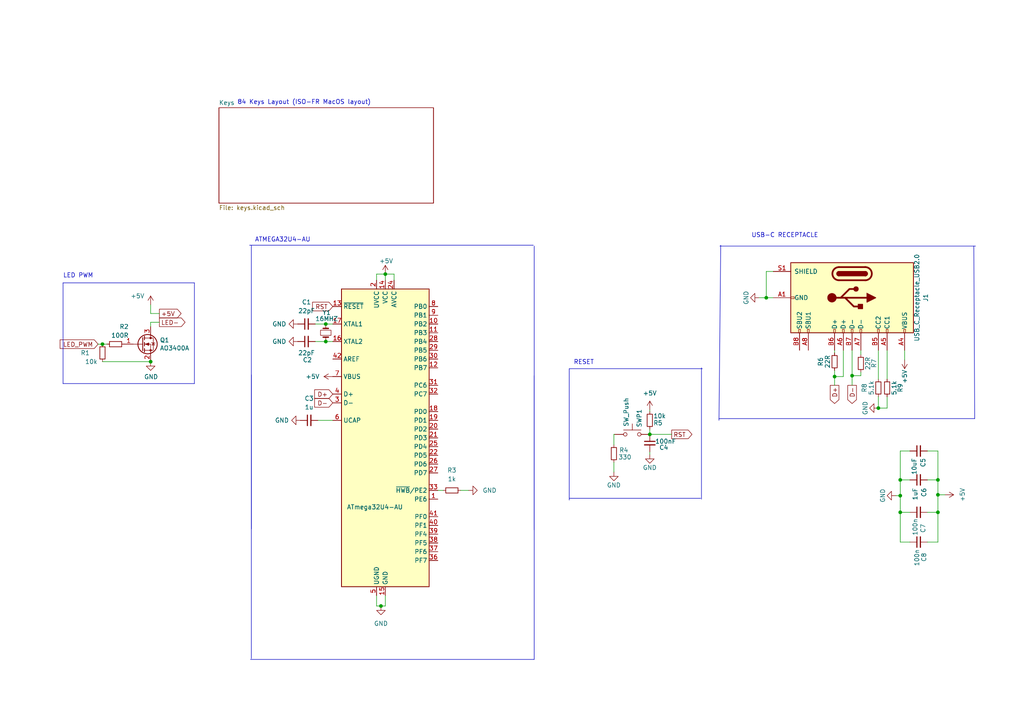
<source format=kicad_sch>
(kicad_sch (version 20211123) (generator eeschema)
  (paper "A4")
  (lib_symbols
    (symbol "Connector:USB_C_Receptacle_USB2.0" (pin_names (offset 1.016))
      (property "Reference" "J" (at -10.16 19.05 0))
      (property "Value" "USB_C_Receptacle_USB2.0" (at 19.05 19.05 0))
      (symbol "USB_C_Receptacle_USB2.0_0_0"
        (rectangle (start -0.254 -17.78) (end 0.254 -16.764))
        (rectangle (start 10.16 -14.986) (end 9.144 -15.494))
        (rectangle (start 10.16 -12.446) (end 9.144 -12.954))
        (rectangle (start 10.16 -4.826) (end 9.144 -5.334))
        (rectangle (start 10.16 -2.286) (end 9.144 -2.794))
        (rectangle (start 10.16 0.254) (end 9.144 -0.254))
        (rectangle (start 10.16 2.794) (end 9.144 2.286))
        (rectangle (start 10.16 7.874) (end 9.144 7.366))
        (rectangle (start 10.16 10.414) (end 9.144 9.906))
        (rectangle (start 10.16 15.494) (end 9.144 14.986))
      )
      (symbol "USB_C_Receptacle_USB2.0_0_1"
        (rectangle (start -10.16 17.78) (end 10.16 -17.78) (stroke (width 0.254)) (fill (type background)))
        (arc (start -8.89 -3.81) (mid -6.985 -5.715) (end -5.08 -3.81) (stroke (width 0.508)))
        (arc (start -7.62 -3.81) (mid -6.985 -4.445) (end -6.35 -3.81) (stroke (width 0.254)))
        (arc (start -7.62 -3.81) (mid -6.985 -4.445) (end -6.35 -3.81) (stroke (width 0.254)) (fill (type outline)))
        (rectangle (start -7.62 -3.81) (end -6.35 3.81) (stroke (width 0.254)) (fill (type outline)))
        (arc (start -6.35 3.81) (mid -6.985 4.445) (end -7.62 3.81) (stroke (width 0.254)))
        (arc (start -6.35 3.81) (mid -6.985 4.445) (end -7.62 3.81) (stroke (width 0.254)) (fill (type outline)))
        (arc (start -5.08 3.81) (mid -6.985 5.715) (end -8.89 3.81) (stroke (width 0.508)))
        (circle (center -2.54 1.143) (radius 0.635) (stroke (width 0.254)) (fill (type outline)))
        (circle (center 0 -5.842) (radius 1.27) (fill (type outline)))
        (polyline (pts (xy -8.89 -3.81) (xy -8.89 3.81)) (stroke (width 0.508)))
        (polyline (pts (xy -5.08 3.81) (xy -5.08 -3.81)) (stroke (width 0.508)))
        (polyline (pts (xy 0 -5.842) (xy 0 4.318)) (stroke (width 0.508)))
        (polyline (pts (xy 0 -3.302) (xy -2.54 -0.762) (xy -2.54 0.508)) (stroke (width 0.508)))
        (polyline (pts (xy 0 -2.032) (xy 2.54 0.508) (xy 2.54 1.778)) (stroke (width 0.508)))
        (polyline (pts (xy -1.27 4.318) (xy 0 6.858) (xy 1.27 4.318) (xy -1.27 4.318)) (stroke (width 0.254)) (fill (type outline)))
        (rectangle (start 1.905 1.778) (end 3.175 3.048) (stroke (width 0.254)) (fill (type outline)))
      )
      (symbol "USB_C_Receptacle_USB2.0_1_1"
        (pin passive line (at 0 -22.86 90) (length 5.08) (name "GND") (number "A1"))
        (pin passive line (at 0 -22.86 90) (length 5.08) hide (name "GND") (number "A12"))
        (pin passive line (at 15.24 15.24 180) (length 5.08) (name "VBUS") (number "A4"))
        (pin bidirectional line (at 15.24 10.16 180) (length 5.08) (name "CC1") (number "A5"))
        (pin bidirectional line (at 15.24 -2.54 180) (length 5.08) (name "D+") (number "A6"))
        (pin bidirectional line (at 15.24 2.54 180) (length 5.08) (name "D-") (number "A7"))
        (pin bidirectional line (at 15.24 -12.7 180) (length 5.08) (name "SBU1") (number "A8"))
        (pin passive line (at 15.24 15.24 180) (length 5.08) hide (name "VBUS") (number "A9"))
        (pin passive line (at 0 -22.86 90) (length 5.08) hide (name "GND") (number "B1"))
        (pin passive line (at 0 -22.86 90) (length 5.08) hide (name "GND") (number "B12"))
        (pin passive line (at 15.24 15.24 180) (length 5.08) hide (name "VBUS") (number "B4"))
        (pin bidirectional line (at 15.24 7.62 180) (length 5.08) (name "CC2") (number "B5"))
        (pin bidirectional line (at 15.24 -5.08 180) (length 5.08) (name "D+") (number "B6"))
        (pin bidirectional line (at 15.24 0 180) (length 5.08) (name "D-") (number "B7"))
        (pin bidirectional line (at 15.24 -15.24 180) (length 5.08) (name "SBU2") (number "B8"))
        (pin passive line (at 15.24 15.24 180) (length 5.08) hide (name "VBUS") (number "B9"))
        (pin passive line (at -7.62 -22.86 90) (length 5.08) (name "SHIELD") (number "S1"))
      )
    )
    (symbol "Device:C_Small" (pin_numbers hide) (pin_names (offset 0.254) hide)
      (property "Reference" "C" (at 0.254 1.778 0))
      (property "Value" "C_Small" (at 0.254 -2.032 0))
      (symbol "C_Small_0_1"
        (polyline (pts (xy -1.524 -0.508) (xy 1.524 -0.508)) (stroke (width 0.3302)))
        (polyline (pts (xy -1.524 0.508) (xy 1.524 0.508)) (stroke (width 0.3048)))
      )
      (symbol "C_Small_1_1"
        (pin passive line (at 0 2.54 270) (length 2.032) (name "~") (number "1"))
        (pin passive line (at 0 -2.54 90) (length 2.032) (name "~") (number "2"))
      )
    )
    (symbol "Device:Crystal_Small" (pin_numbers hide) (pin_names (offset 1.016) hide)
      (property "Reference" "Y" (at 0 2.54 0))
      (property "Value" "Crystal_Small" (at 0 -2.54 0))
      (symbol "Crystal_Small_0_1"
        (rectangle (start -0.762 -1.524) (end 0.762 1.524))
        (polyline (pts (xy -1.27 -0.762) (xy -1.27 0.762)) (stroke (width 0.381)))
        (polyline (pts (xy 1.27 -0.762) (xy 1.27 0.762)) (stroke (width 0.381)))
      )
      (symbol "Crystal_Small_1_1"
        (pin passive line (at -2.54 0 0) (length 1.27) (name "1") (number "1"))
        (pin passive line (at 2.54 0 180) (length 1.27) (name "2") (number "2"))
      )
    )
    (symbol "Device:Q_NMOS_GSD" (pin_names (offset 0) hide)
      (property "Reference" "Q" (at 5.08 1.27 0))
      (property "Value" "Q_NMOS_GSD" (at 5.08 -1.27 0))
      (symbol "Q_NMOS_GSD_0_1"
        (polyline (pts (xy 0.254 0) (xy -2.54 0)))
        (polyline (pts (xy 0.254 1.905) (xy 0.254 -1.905)) (stroke (width 0.254)))
        (polyline (pts (xy 0.762 -1.27) (xy 0.762 -2.286)) (stroke (width 0.254)))
        (polyline (pts (xy 0.762 0.508) (xy 0.762 -0.508)) (stroke (width 0.254)))
        (polyline (pts (xy 0.762 2.286) (xy 0.762 1.27)) (stroke (width 0.254)))
        (polyline (pts (xy 2.54 2.54) (xy 2.54 1.778)))
        (polyline (pts (xy 2.54 -2.54) (xy 2.54 0) (xy 0.762 0)))
        (polyline (pts (xy 0.762 -1.778) (xy 3.302 -1.778) (xy 3.302 1.778) (xy 0.762 1.778)))
        (polyline (pts (xy 1.016 0) (xy 2.032 0.381) (xy 2.032 -0.381) (xy 1.016 0)) (fill (type outline)))
        (polyline (pts (xy 2.794 0.508) (xy 2.921 0.381) (xy 3.683 0.381) (xy 3.81 0.254)))
        (polyline (pts (xy 3.302 0.381) (xy 2.921 -0.254) (xy 3.683 -0.254) (xy 3.302 0.381)))
        (circle (center 1.651 0) (radius 2.794) (stroke (width 0.254)))
        (circle (center 2.54 -1.778) (radius 0.254) (fill (type outline)))
        (circle (center 2.54 1.778) (radius 0.254) (fill (type outline)))
      )
      (symbol "Q_NMOS_GSD_1_1"
        (pin input line (at -5.08 0 0) (length 2.54) (name "G") (number "1"))
        (pin passive line (at 2.54 -5.08 90) (length 2.54) (name "S") (number "2"))
        (pin passive line (at 2.54 5.08 270) (length 2.54) (name "D") (number "3"))
      )
    )
    (symbol "Device:R_Small" (pin_numbers hide) (pin_names (offset 0.254) hide)
      (property "Reference" "R" (at 0.762 0.508 0))
      (property "Value" "R_Small" (at 0.762 -1.016 0))
      (symbol "R_Small_0_1"
        (rectangle (start -0.762 1.778) (end 0.762 -1.778) (stroke (width 0.2032)))
      )
      (symbol "R_Small_1_1"
        (pin passive line (at 0 2.54 270) (length 0.762) (name "~") (number "1"))
        (pin passive line (at 0 -2.54 90) (length 0.762) (name "~") (number "2"))
      )
    )
    (symbol "MCU_Microchip_ATmega:ATmega32U4-A"
      (property "Reference" "U" (at -12.7 44.45 0))
      (property "Value" "ATmega32U4-A" (at 2.54 -44.45 0))
      (symbol "ATmega32U4-A_0_1"
        (rectangle (start -12.7 -43.18) (end 12.7 43.18) (stroke (width 0.254)) (fill (type background)))
      )
      (symbol "ATmega32U4-A_1_1"
        (pin bidirectional line (at 15.24 -17.78 180) (length 2.54) (name "PE6") (number "1"))
        (pin bidirectional line (at 15.24 33.02 180) (length 2.54) (name "PB2") (number "10"))
        (pin bidirectional line (at 15.24 30.48 180) (length 2.54) (name "PB3") (number "11"))
        (pin bidirectional line (at 15.24 20.32 180) (length 2.54) (name "PB7") (number "12"))
        (pin input line (at -15.24 38.1 0) (length 2.54) (name "~{RESET}") (number "13"))
        (pin power_in line (at 0 45.72 270) (length 2.54) (name "VCC") (number "14"))
        (pin power_in line (at 0 -45.72 90) (length 2.54) (name "GND") (number "15"))
        (pin output line (at -15.24 27.94 0) (length 2.54) (name "XTAL2") (number "16"))
        (pin input line (at -15.24 33.02 0) (length 2.54) (name "XTAL1") (number "17"))
        (pin bidirectional line (at 15.24 7.62 180) (length 2.54) (name "PD0") (number "18"))
        (pin bidirectional line (at 15.24 5.08 180) (length 2.54) (name "PD1") (number "19"))
        (pin power_in line (at -2.54 45.72 270) (length 2.54) (name "UVCC") (number "2"))
        (pin bidirectional line (at 15.24 2.54 180) (length 2.54) (name "PD2") (number "20"))
        (pin bidirectional line (at 15.24 0 180) (length 2.54) (name "PD3") (number "21"))
        (pin bidirectional line (at 15.24 -5.08 180) (length 2.54) (name "PD5") (number "22"))
        (pin passive line (at 0 -45.72 90) (length 2.54) hide (name "GND") (number "23"))
        (pin power_in line (at 2.54 45.72 270) (length 2.54) (name "AVCC") (number "24"))
        (pin bidirectional line (at 15.24 -2.54 180) (length 2.54) (name "PD4") (number "25"))
        (pin bidirectional line (at 15.24 -7.62 180) (length 2.54) (name "PD6") (number "26"))
        (pin bidirectional line (at 15.24 -10.16 180) (length 2.54) (name "PD7") (number "27"))
        (pin bidirectional line (at 15.24 27.94 180) (length 2.54) (name "PB4") (number "28"))
        (pin bidirectional line (at 15.24 25.4 180) (length 2.54) (name "PB5") (number "29"))
        (pin bidirectional line (at -15.24 10.16 0) (length 2.54) (name "D-") (number "3"))
        (pin bidirectional line (at 15.24 22.86 180) (length 2.54) (name "PB6") (number "30"))
        (pin bidirectional line (at 15.24 15.24 180) (length 2.54) (name "PC6") (number "31"))
        (pin bidirectional line (at 15.24 12.7 180) (length 2.54) (name "PC7") (number "32"))
        (pin bidirectional line (at 15.24 -15.24 180) (length 2.54) (name "~{HWB}/PE2") (number "33"))
        (pin passive line (at 0 45.72 270) (length 2.54) hide (name "VCC") (number "34"))
        (pin passive line (at 0 -45.72 90) (length 2.54) hide (name "GND") (number "35"))
        (pin bidirectional line (at 15.24 -35.56 180) (length 2.54) (name "PF7") (number "36"))
        (pin bidirectional line (at 15.24 -33.02 180) (length 2.54) (name "PF6") (number "37"))
        (pin bidirectional line (at 15.24 -30.48 180) (length 2.54) (name "PF5") (number "38"))
        (pin bidirectional line (at 15.24 -27.94 180) (length 2.54) (name "PF4") (number "39"))
        (pin bidirectional line (at -15.24 12.7 0) (length 2.54) (name "D+") (number "4"))
        (pin bidirectional line (at 15.24 -25.4 180) (length 2.54) (name "PF1") (number "40"))
        (pin bidirectional line (at 15.24 -22.86 180) (length 2.54) (name "PF0") (number "41"))
        (pin passive line (at -15.24 22.86 0) (length 2.54) (name "AREF") (number "42"))
        (pin passive line (at 0 -45.72 90) (length 2.54) hide (name "GND") (number "43"))
        (pin passive line (at 2.54 45.72 270) (length 2.54) hide (name "AVCC") (number "44"))
        (pin passive line (at -2.54 -45.72 90) (length 2.54) (name "UGND") (number "5"))
        (pin passive line (at -15.24 5.08 0) (length 2.54) (name "UCAP") (number "6"))
        (pin input line (at -15.24 17.78 0) (length 2.54) (name "VBUS") (number "7"))
        (pin bidirectional line (at 15.24 38.1 180) (length 2.54) (name "PB0") (number "8"))
        (pin bidirectional line (at 15.24 35.56 180) (length 2.54) (name "PB1") (number "9"))
      )
    )
    (symbol "Switch:SW_Push" (pin_numbers hide) (pin_names (offset 1.016) hide)
      (property "Reference" "SW" (at 1.27 2.54 0))
      (property "Value" "SW_Push" (at 0 -1.524 0))
      (symbol "SW_Push_0_1"
        (circle (center -2.032 0) (radius 0.508))
        (polyline (pts (xy 0 1.27) (xy 0 3.048)))
        (polyline (pts (xy 2.54 1.27) (xy -2.54 1.27)))
        (circle (center 2.032 0) (radius 0.508))
        (pin passive line (at -5.08 0 0) (length 2.54) (name "1") (number "1"))
        (pin passive line (at 5.08 0 180) (length 2.54) (name "2") (number "2"))
      )
    )
    (symbol "power:+5V" (power) (pin_names (offset 0))
      (property "Value" "+5V" (at 0 3.556 0))
      (symbol "+5V_0_1"
        (polyline (pts (xy -0.762 1.27) (xy 0 2.54)))
        (polyline (pts (xy 0 0) (xy 0 2.54)))
        (polyline (pts (xy 0 2.54) (xy 0.762 1.27)))
      )
      (symbol "+5V_1_1"
        (pin power_in line (at 0 0 90) (length 0) hide (name "+5V") (number "1"))
      )
    )
    (symbol "power:GND" (power) (pin_names (offset 0))
      (property "Value" "GND" (at 0 -3.81 0))
      (symbol "GND_0_1"
        (polyline (pts (xy 0 0) (xy 0 -1.27) (xy 1.27 -1.27) (xy 0 -2.54) (xy -1.27 -1.27) (xy 0 -1.27)))
      )
      (symbol "GND_1_1"
        (pin power_in line (at 0 0 270) (length 0) hide (name "GND") (number "1"))
      )
    )
  )
  (junction (at 272.034 139.192))
  (junction (at 261.112 143.764))
  (junction (at 272.034 143.51))
  (junction (at 94.488 99.06))
  (junction (at 188.468 125.984))
  (junction (at 94.488 93.98))
  (junction (at 111.76 79.502))
  (junction (at 29.718 99.822))
  (junction (at 272.034 148.59))
  (junction (at 222.25 86.36))
  (junction (at 261.112 139.192))
  (junction (at 110.49 175.768))
  (junction (at 43.688 104.902))
  (junction (at 247.142 108.966))
  (junction (at 261.112 148.59))
  (junction (at 254.762 118.364))
  (junction (at 242.062 109.22))
  (wire (pts (xy 254.762 101.6) (xy 254.762 109.982)))
  (polyline (pts (xy 154.94 153.67) (xy 154.94 71.374)) (stroke (width 0) (type solid)))
  (wire (pts (xy 261.112 143.764) (xy 261.112 148.59)))
  (wire (pts (xy 242.062 109.22) (xy 242.062 107.442)))
  (wire (pts (xy 244.602 109.22) (xy 242.062 109.22)))
  (wire (pts (xy 272.034 130.81) (xy 268.986 130.81)))
  (wire (pts (xy 111.76 175.768) (xy 110.49 175.768)))
  (wire (pts (xy 43.688 90.932) (xy 46.228 90.932)))
  (wire (pts (xy 257.302 101.6) (xy 257.302 109.982)))
  (polyline (pts (xy 203.708 106.934) (xy 165.1 106.934)) (stroke (width 0) (type solid)))
  (wire (pts (xy 178.054 129.032) (xy 178.054 125.984)))
  (wire (pts (xy 111.76 79.502) (xy 111.76 81.28)))
  (wire (pts (xy 188.468 131.826) (xy 188.468 131.064)))
  (wire (pts (xy 28.448 99.822) (xy 29.718 99.822)))
  (wire (pts (xy 272.034 139.192) (xy 272.034 143.51)))
  (polyline (pts (xy 72.898 71.12) (xy 72.898 153.416)) (stroke (width 0) (type solid)))
  (wire (pts (xy 272.034 139.192) (xy 268.986 139.192)))
  (wire (pts (xy 178.054 125.984) (xy 178.308 125.984)))
  (polyline (pts (xy 208.534 121.92) (xy 209.042 71.12)) (stroke (width 0) (type solid)))
  (polyline (pts (xy 72.39 71.12) (xy 154.686 71.12)) (stroke (width 0) (type solid)))
  (polyline (pts (xy 165.1 144.526) (xy 203.2 144.526)) (stroke (width 0) (type solid)))
  (wire (pts (xy 188.468 124.46) (xy 188.468 125.984)))
  (wire (pts (xy 249.682 107.95) (xy 249.682 108.966)))
  (wire (pts (xy 109.22 81.28) (xy 109.22 79.502)))
  (wire (pts (xy 254.762 118.364) (xy 257.302 118.364)))
  (wire (pts (xy 224.282 78.74) (xy 222.25 78.74)))
  (wire (pts (xy 224.282 86.36) (xy 222.25 86.36)))
  (wire (pts (xy 109.22 172.72) (xy 109.22 175.768)))
  (wire (pts (xy 111.76 172.72) (xy 111.76 175.768)))
  (wire (pts (xy 91.44 93.98) (xy 94.488 93.98)))
  (wire (pts (xy 91.44 99.06) (xy 94.488 99.06)))
  (wire (pts (xy 274.066 143.51) (xy 272.034 143.51)))
  (wire (pts (xy 262.382 101.6) (xy 262.382 104.394)))
  (wire (pts (xy 254.762 115.062) (xy 254.762 118.364)))
  (wire (pts (xy 272.034 130.81) (xy 272.034 139.192)))
  (wire (pts (xy 222.25 78.74) (xy 222.25 86.36)))
  (polyline (pts (xy 154.94 191.262) (xy 154.94 108.966)) (stroke (width 0) (type solid)))
  (wire (pts (xy 247.142 108.966) (xy 247.142 111.76)))
  (wire (pts (xy 94.488 93.98) (xy 96.52 93.98)))
  (wire (pts (xy 109.22 175.768) (xy 110.49 175.768)))
  (wire (pts (xy 249.682 101.6) (xy 249.682 102.87)))
  (wire (pts (xy 261.112 130.81) (xy 261.112 139.192)))
  (wire (pts (xy 92.202 121.92) (xy 96.52 121.92)))
  (polyline (pts (xy 165.1 106.934) (xy 165.1 145.034)) (stroke (width 0) (type solid)))
  (wire (pts (xy 178.054 134.112) (xy 178.054 136.906)))
  (wire (pts (xy 247.142 101.6) (xy 247.142 108.966)))
  (wire (pts (xy 188.468 119.38) (xy 188.468 118.872)))
  (polyline (pts (xy 18.288 82.042) (xy 18.288 111.252)) (stroke (width 0) (type solid)))
  (wire (pts (xy 29.718 99.822) (xy 30.988 99.822)))
  (wire (pts (xy 128.524 142.24) (xy 127 142.24)))
  (wire (pts (xy 43.688 93.472) (xy 43.688 94.742)))
  (polyline (pts (xy 56.388 111.252) (xy 18.288 111.252)) (stroke (width 0) (type solid)))
  (polyline (pts (xy 18.288 82.042) (xy 56.388 82.042)) (stroke (width 0) (type solid)))
  (wire (pts (xy 109.22 79.502) (xy 111.76 79.502)))
  (wire (pts (xy 261.112 148.59) (xy 263.906 148.59)))
  (wire (pts (xy 194.818 125.984) (xy 188.468 125.984)))
  (wire (pts (xy 242.062 109.22) (xy 242.062 111.76)))
  (wire (pts (xy 114.3 81.28) (xy 114.3 79.502)))
  (wire (pts (xy 94.488 99.06) (xy 96.52 99.06)))
  (wire (pts (xy 242.062 102.362) (xy 242.062 101.6)))
  (polyline (pts (xy 203.454 106.68) (xy 203.454 144.78)) (stroke (width 0) (type solid)))
  (wire (pts (xy 244.602 101.6) (xy 244.602 109.22)))
  (polyline (pts (xy 208.534 121.412) (xy 282.702 121.412)) (stroke (width 0) (type solid)))
  (wire (pts (xy 261.112 148.59) (xy 261.112 157.226)))
  (wire (pts (xy 272.034 157.226) (xy 268.986 157.226)))
  (polyline (pts (xy 56.388 111.252) (xy 56.388 82.042)) (stroke (width 0) (type solid)))
  (polyline (pts (xy 72.898 108.712) (xy 72.898 191.008)) (stroke (width 0) (type solid)))
  (polyline (pts (xy 282.702 121.412) (xy 282.448 71.374)) (stroke (width 0) (type solid)))
  (wire (pts (xy 43.688 88.392) (xy 43.688 90.932)))
  (wire (pts (xy 272.034 148.59) (xy 272.034 157.226)))
  (wire (pts (xy 261.112 139.192) (xy 261.112 143.764)))
  (wire (pts (xy 133.604 142.24) (xy 135.89 142.24)))
  (wire (pts (xy 272.034 143.51) (xy 272.034 148.59)))
  (polyline (pts (xy 208.788 71.374) (xy 282.956 71.374)) (stroke (width 0) (type solid)))
  (wire (pts (xy 272.034 148.59) (xy 268.986 148.59)))
  (wire (pts (xy 29.718 104.902) (xy 43.688 104.902)))
  (wire (pts (xy 43.688 93.472) (xy 46.228 93.472)))
  (wire (pts (xy 261.112 143.764) (xy 259.842 143.764)))
  (wire (pts (xy 263.906 139.192) (xy 261.112 139.192)))
  (wire (pts (xy 257.302 118.364) (xy 257.302 115.062)))
  (wire (pts (xy 263.906 157.226) (xy 261.112 157.226)))
  (wire (pts (xy 222.25 86.36) (xy 220.218 86.36)))
  (wire (pts (xy 249.682 108.966) (xy 247.142 108.966)))
  (wire (pts (xy 263.906 130.81) (xy 261.112 130.81)))
  (wire (pts (xy 114.3 79.502) (xy 111.76 79.502)))
  (polyline (pts (xy 72.644 191.262) (xy 154.94 191.262)) (stroke (width 0) (type solid)))
  (text "LED PWM" (at 18.288 80.772 0) (effects (font (size 1.27 1.27)) (justify left bottom)))
  (text "RESET" (at 166.37 105.918 0) (effects (font (size 1.27 1.27)) (justify left bottom)))
  (text "84 Keys Layout (ISO-FR MacOS layout)" (at 68.834 30.48 0) (effects (font (size 1.27 1.27)) (justify left bottom)))
  (text "ATMEGA32U4-AU\n" (at 73.914 70.358 0) (effects (font (size 1.27 1.27)) (justify left bottom)))
  (text "USB-C RECEPTACLE" (at 217.932 69.088 0) (effects (font (size 1.27 1.27)) (justify left bottom)))
  (global_label "LED_PWM" (shape input) (at 28.448 99.822 180) (property "Intersheet References" "${INTERSHEET_REFS}" (effects hide)))
  (global_label "RST" (shape output) (at 194.818 125.984 0) (property "Intersheet References" "${INTERSHEET_REFS}" (effects hide)))
  (global_label "D-" (shape input) (at 96.52 116.84 180) (property "Intersheet References" "${INTERSHEET_REFS}" (effects hide)))
  (global_label "D-" (shape output) (at 247.142 111.76 270) (property "Intersheet References" "${INTERSHEET_REFS}" (effects hide)))
  (global_label "+5V" (shape output) (at 46.228 90.932 0) (property "Intersheet References" "${INTERSHEET_REFS}" (effects hide)))
  (global_label "LED-" (shape output) (at 46.228 93.472 0) (property "Intersheet References" "${INTERSHEET_REFS}" (effects hide)))
  (global_label "D+" (shape output) (at 242.062 111.76 270) (property "Intersheet References" "${INTERSHEET_REFS}" (effects hide)))
  (global_label "RST" (shape input) (at 96.52 88.9 180) (property "Intersheet References" "${INTERSHEET_REFS}" (effects hide)))
  (global_label "D+" (shape input) (at 96.52 114.3 180) (property "Intersheet References" "${INTERSHEET_REFS}" (effects hide)))
  (symbol (lib_id "Device:C_Small") (at 266.446 130.81 90) (unit 1)
    (property "Reference" "C5" (at 267.716 132.842 0) (effects (justify right)))
    (property "Value" "10uF" (at 265.176 132.842 0) (effects (justify right)))
    (property "Footprint" "Capacitor_SMD:C_0805_2012Metric_Pad1.18x1.45mm_HandSolder" (effects hide))
  )
  (symbol (lib_id "Device:R_Small") (at 33.528 99.822 90) (mirror x) (unit 1)
    (property "Reference" "R2" (at 37.338 94.742 90) (effects (justify left)))
    (property "Value" "100R" (at 37.338 97.282 90) (effects (justify left)))
    (property "Footprint" "Resistor_SMD:R_0402_1005Metric" (effects hide))
    (property "LCSC" "C25076" (effects hide))
  )
  (symbol (lib_id "MCU_Microchip_ATmega:ATmega32U4-A") (at 111.76 127 0) (unit 1)
    (property "Reference" "U1" (effects hide))
    (property "Value" "ATmega32U4-AU" (at 100.584 147.066 0) (effects (justify left)))
    (property "Footprint" "Package_QFP:TQFP-44_10x10mm_P0.8mm" (effects hide))
    (property "Datasheet" "http://ww1.microchip.com/downloads/en/DeviceDoc/Atmel-7766-8-bit-AVR-ATmega16U4-32U4_Datasheet.pdf" (effects hide))
  )
  (symbol (lib_id "Device:Q_NMOS_GSD") (at 41.148 99.822 0) (unit 1)
    (property "Reference" "Q1" (at 46.355 98.6536 0) (effects (justify left)))
    (property "Value" "AO3400A" (at 46.355 100.965 0) (effects (justify left)))
    (property "Footprint" "Package_TO_SOT_SMD:SOT-23" (effects hide))
    (property "Datasheet" "https://datasheet.lcsc.com/szlcsc/Alpha-Omega-Semicon-AOS-AO3400A_C20917.pdf" (effects hide))
    (property "LCSC" "C20917" (effects hide))
  )
  (symbol (lib_id "Connector:USB_C_Receptacle_USB2.0") (at 247.142 86.36 270) (unit 1)
    (property "Reference" "J1" (at 268.478 86.36 0))
    (property "Value" "USB_C_Receptacle_USB2.0" (at 265.938 86.36 0))
    (property "Footprint" "Connector_USB:USB_C_Receptacle_Palconn_UTC16-G" (effects hide))
    (property "Datasheet" "https://www.usb.org/sites/default/files/documents/usb_type-c.zip" (effects hide))
  )
  (symbol (lib_id "power:+5V") (at 262.382 104.394 180) (unit 1)
    (property "Reference" "#PWR017" (effects hide))
    (property "Value" "+5V" (at 262.382 107.188 90) (effects (justify left)))
  )
  (symbol (lib_id "Device:C_Small") (at 88.9 99.06 90) (unit 1)
    (property "Reference" "C2" (at 89.154 104.394 90))
    (property "Value" "22pF" (at 88.9 102.362 90))
    (property "Footprint" "Capacitor_SMD:C_0805_2012Metric_Pad1.18x1.45mm_HandSolder" (effects hide))
  )
  (symbol (lib_id "power:GND") (at 43.688 104.902 0) (unit 1)
    (property "Reference" "#PWR02" (effects hide))
    (property "Value" "GND" (at 43.815 109.2962 0))
  )
  (symbol (lib_id "power:GND") (at 220.218 86.36 270) (unit 1)
    (property "Reference" "#PWR013" (effects hide))
    (property "Value" "GND" (at 216.408 86.36 0))
  )
  (symbol (lib_id "Device:C_Small") (at 266.446 157.226 90) (unit 1)
    (property "Reference" "C8" (at 267.97 160.274 0) (effects (justify right)))
    (property "Value" "100n" (at 265.938 159.258 0) (effects (justify right)))
    (property "Footprint" "Capacitor_SMD:C_0805_2012Metric_Pad1.18x1.45mm_HandSolder" (effects hide))
  )
  (symbol (lib_id "power:+5V") (at 43.688 88.392 0) (unit 1)
    (property "Reference" "#PWR01" (effects hide))
    (property "Value" "+5V" (at 39.878 85.852 0))
  )
  (symbol (lib_id "Device:R_Small") (at 131.064 142.24 270) (unit 1)
    (property "Reference" "R3" (at 131.064 136.398 90))
    (property "Value" "1k" (at 131.064 138.938 90))
    (property "Footprint" "Resistor_SMD:R_1206_3216Metric_Pad1.30x1.75mm_HandSolder" (effects hide))
  )
  (symbol (lib_id "power:GND") (at 178.054 136.906 0) (unit 1)
    (property "Reference" "#PWR010" (effects hide))
    (property "Value" "GND" (at 180.086 140.716 0) (effects (justify right)))
  )
  (symbol (lib_id "power:GND") (at 135.89 142.24 90) (unit 1)
    (property "Reference" "#PWR09" (effects hide))
    (property "Value" "GND" (at 139.954 142.2399 90) (effects (justify right)))
  )
  (symbol (lib_id "power:+5V") (at 111.76 79.502 0) (unit 1)
    (property "Reference" "#PWR08" (effects hide))
    (property "Value" "+5V" (at 112.014 75.692 0))
  )
  (symbol (lib_id "power:GND") (at 110.49 175.768 0) (unit 1)
    (property "Reference" "#PWR07" (effects hide))
    (property "Value" "GND" (at 110.49 180.848 0))
  )
  (symbol (lib_id "power:GND") (at 86.36 99.06 270) (unit 1)
    (property "Reference" "#PWR04" (effects hide))
    (property "Value" "GND" (at 83.058 99.0599 90) (effects (justify right)))
  )
  (symbol (lib_id "Device:R_Small") (at 29.718 102.362 0) (unit 1)
    (property "Reference" "R1" (at 23.368 102.362 0) (effects (justify left)))
    (property "Value" "10k" (at 24.638 104.902 0) (effects (justify left)))
    (property "Footprint" "Resistor_SMD:R_0402_1005Metric" (effects hide))
    (property "LCSC" "C25744" (effects hide))
  )
  (symbol (lib_id "Device:C_Small") (at 188.468 128.524 0) (unit 1)
    (property "Reference" "C4" (at 192.532 129.794 0))
    (property "Value" "100nF" (at 193.04 128.016 0))
    (property "Footprint" "Capacitor_SMD:C_0805_2012Metric_Pad1.18x1.45mm_HandSolder" (effects hide))
  )
  (symbol (lib_id "Device:C_Small") (at 88.9 93.98 90) (unit 1)
    (property "Reference" "C1" (at 88.9063 87.63 90))
    (property "Value" "22pF" (at 88.9063 90.17 90))
    (property "Footprint" "Capacitor_SMD:C_0805_2012Metric_Pad1.18x1.45mm_HandSolder" (effects hide))
  )
  (symbol (lib_id "power:+5V") (at 188.468 118.872 0) (unit 1)
    (property "Reference" "#PWR011" (effects hide))
    (property "Value" "+5V" (at 188.468 114.046 0))
  )
  (symbol (lib_id "Device:R_Small") (at 257.302 112.522 180) (unit 1)
    (property "Reference" "R9" (at 261.112 112.522 90))
    (property "Value" "5.1k" (at 259.334 112.522 90))
    (property "Footprint" "Resistor_SMD:R_1206_3216Metric_Pad1.30x1.75mm_HandSolder" (effects hide))
  )
  (symbol (lib_id "Device:C_Small") (at 266.446 139.192 90) (unit 1)
    (property "Reference" "C6" (at 267.97 141.478 0) (effects (justify right)))
    (property "Value" "1uF" (at 265.43 141.478 0) (effects (justify right)))
    (property "Footprint" "Capacitor_SMD:C_0805_2012Metric_Pad1.18x1.45mm_HandSolder" (effects hide))
  )
  (symbol (lib_id "Device:R_Small") (at 188.468 121.92 180) (unit 1)
    (property "Reference" "R5" (at 189.484 122.6821 0) (effects (justify right)))
    (property "Value" "10k" (at 189.484 120.65 0) (effects (justify right)))
    (property "Footprint" "Resistor_SMD:R_1206_3216Metric_Pad1.30x1.75mm_HandSolder" (effects hide))
  )
  (symbol (lib_id "Switch:SW_Push") (at 183.388 125.984 0) (unit 1)
    (property "Reference" "SWP1" (at 185.42 118.618 90) (effects (justify right)))
    (property "Value" "SW_Push" (at 181.61 115.316 90) (effects (justify right)))
    (property "Footprint" "Button_Switch_SMD:SW_MEC_5GSH9" (effects hide))
  )
  (symbol (lib_id "power:GND") (at 259.842 143.764 270) (unit 1)
    (property "Reference" "#PWR016" (effects hide))
    (property "Value" "GND" (at 256.032 145.796 0) (effects (justify right)))
  )
  (symbol (lib_id "Device:C_Small") (at 89.662 121.92 90) (unit 1)
    (property "Reference" "C3" (at 89.6683 115.57 90))
    (property "Value" "1u" (at 89.6683 118.11 90))
    (property "Footprint" "Capacitor_SMD:C_0805_2012Metric_Pad1.18x1.45mm_HandSolder" (effects hide))
  )
  (symbol (lib_id "Device:R_Small") (at 254.762 112.522 180) (unit 1)
    (property "Reference" "R8" (at 250.698 112.522 90))
    (property "Value" "5.1k" (at 252.73 112.522 90))
    (property "Footprint" "Resistor_SMD:R_1206_3216Metric_Pad1.30x1.75mm_HandSolder" (effects hide))
  )
  (symbol (lib_id "Device:R_Small") (at 249.682 105.41 180) (unit 1)
    (property "Reference" "R7" (at 253.492 105.41 90))
    (property "Value" "22R" (at 251.714 105.41 90))
    (property "Footprint" "Resistor_SMD:R_1206_3216Metric_Pad1.30x1.75mm_HandSolder" (effects hide))
  )
  (symbol (lib_id "Device:R_Small") (at 178.054 131.572 180) (unit 1)
    (property "Reference" "R4" (at 179.578 130.556 0) (effects (justify right)))
    (property "Value" "330" (at 179.324 132.5881 0) (effects (justify right)))
    (property "Footprint" "Resistor_SMD:R_1206_3216Metric_Pad1.30x1.75mm_HandSolder" (effects hide))
  )
  (symbol (lib_id "power:GND") (at 254.762 118.364 270) (unit 1)
    (property "Reference" "#PWR015" (effects hide))
    (property "Value" "GND" (at 250.952 118.364 0))
  )
  (symbol (lib_id "Device:R_Small") (at 242.062 104.902 180) (unit 1)
    (property "Reference" "R6" (at 237.998 104.902 90))
    (property "Value" "22R" (at 240.03 104.902 90))
    (property "Footprint" "Resistor_SMD:R_1206_3216Metric_Pad1.30x1.75mm_HandSolder" (effects hide))
  )
  (symbol (lib_id "Device:Crystal_Small") (at 94.488 96.52 90) (unit 1)
    (property "Reference" "Y1" (at 93.472 90.678 90) (effects (justify right)))
    (property "Value" "16MHZ" (at 91.44 92.456 90) (effects (justify right)))
    (property "Footprint" "Crystal:Crystal_SMD_5032-2Pin_5.0x3.2mm_HandSoldering" (effects hide))
  )
  (symbol (lib_id "power:GND") (at 87.122 121.92 270) (unit 1)
    (property "Reference" "#PWR05" (effects hide))
    (property "Value" "GND" (at 83.82 121.9199 90) (effects (justify right)))
  )
  (symbol (lib_id "power:+5V") (at 274.066 143.51 270) (unit 1)
    (property "Reference" "#PWR018" (effects hide))
    (property "Value" "+5V" (at 279.146 143.51 0))
  )
  (symbol (lib_id "power:+5V") (at 96.52 109.22 90) (unit 1)
    (property "Reference" "#PWR06" (effects hide))
    (property "Value" "+5V" (at 92.71 109.2199 90) (effects (justify left)))
  )
  (symbol (lib_id "power:GND") (at 188.468 131.826 0) (unit 1)
    (property "Reference" "#PWR012" (effects hide))
    (property "Value" "GND" (at 190.5 135.636 0) (effects (justify right)))
  )
  (symbol (lib_id "Device:C_Small") (at 266.446 148.59 90) (unit 1)
    (property "Reference" "C7" (at 267.716 151.892 0) (effects (justify right)))
    (property "Value" "100n" (at 265.43 150.368 0) (effects (justify right)))
    (property "Footprint" "Capacitor_SMD:C_0805_2012Metric_Pad1.18x1.45mm_HandSolder" (effects hide))
  )
  (symbol (lib_id "power:GND") (at 86.36 93.98 270) (unit 1)
    (property "Reference" "#PWR03" (effects hide))
    (property "Value" "GND" (at 83.058 93.9799 90) (effects (justify right)))
  )
  (sheet (at 63.5 31.242) (size 62.23 27.686) (stroke (width 0.1524))
    (property "Sheet name" "Keys" (at 63.5 30.5304 0) (effects (justify left bottom)))
    (property "Sheet file" "keys.kicad_sch" (at 63.5 59.5126 0) (effects (justify left top)))
  )
)
</source>
